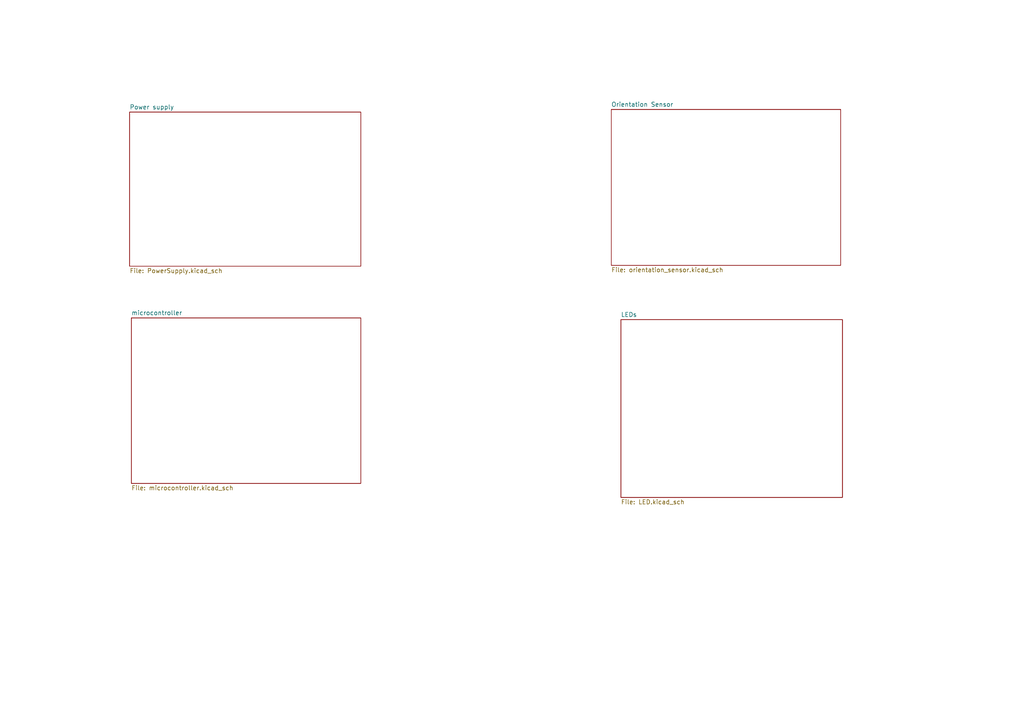
<source format=kicad_sch>
(kicad_sch
	(version 20231120)
	(generator "eeschema")
	(generator_version "8.0")
	(uuid "fe97a447-4c0f-40df-bc0d-7c3e297d31ba")
	(paper "A4")
	(lib_symbols)
	(sheet
		(at 177.292 31.75)
		(size 66.548 45.212)
		(fields_autoplaced yes)
		(stroke
			(width 0.1524)
			(type solid)
		)
		(fill
			(color 0 0 0 0.0000)
		)
		(uuid "018cc9a5-38fc-4889-ab34-bce823bffb38")
		(property "Sheetname" "Orientation Sensor"
			(at 177.292 31.0384 0)
			(effects
				(font
					(size 1.27 1.27)
				)
				(justify left bottom)
			)
		)
		(property "Sheetfile" "orientation_sensor.kicad_sch"
			(at 177.292 77.5466 0)
			(effects
				(font
					(size 1.27 1.27)
				)
				(justify left top)
			)
		)
		(instances
			(project "PartyTorch-PCB"
				(path "/fe97a447-4c0f-40df-bc0d-7c3e297d31ba"
					(page "3")
				)
			)
		)
	)
	(sheet
		(at 37.592 32.512)
		(size 67.056 44.704)
		(fields_autoplaced yes)
		(stroke
			(width 0.1524)
			(type solid)
		)
		(fill
			(color 0 0 0 0.0000)
		)
		(uuid "808215ad-6e01-4fac-a2e7-ca6611b41634")
		(property "Sheetname" "Power supply"
			(at 37.592 31.8004 0)
			(effects
				(font
					(size 1.27 1.27)
				)
				(justify left bottom)
			)
		)
		(property "Sheetfile" "PowerSupply.kicad_sch"
			(at 37.592 77.8006 0)
			(effects
				(font
					(size 1.27 1.27)
				)
				(justify left top)
			)
		)
		(instances
			(project "PartyTorch-PCB"
				(path "/fe97a447-4c0f-40df-bc0d-7c3e297d31ba"
					(page "2")
				)
			)
		)
	)
	(sheet
		(at 180.086 92.71)
		(size 64.262 51.562)
		(fields_autoplaced yes)
		(stroke
			(width 0.1524)
			(type solid)
		)
		(fill
			(color 0 0 0 0.0000)
		)
		(uuid "96d80db8-5487-4d5d-b8d1-d07ae554e205")
		(property "Sheetname" "LEDs"
			(at 180.086 91.9984 0)
			(effects
				(font
					(size 1.27 1.27)
				)
				(justify left bottom)
			)
		)
		(property "Sheetfile" "LED.kicad_sch"
			(at 180.086 144.8566 0)
			(effects
				(font
					(size 1.27 1.27)
				)
				(justify left top)
			)
		)
		(instances
			(project "PartyTorch-PCB"
				(path "/fe97a447-4c0f-40df-bc0d-7c3e297d31ba"
					(page "5")
				)
			)
		)
	)
	(sheet
		(at 38.1 92.202)
		(size 66.548 48.006)
		(fields_autoplaced yes)
		(stroke
			(width 0.1524)
			(type solid)
		)
		(fill
			(color 0 0 0 0.0000)
		)
		(uuid "bc1f116f-e3f2-49e2-92e3-57f022f45d1a")
		(property "Sheetname" "microcontroller"
			(at 38.1 91.4904 0)
			(effects
				(font
					(size 1.27 1.27)
				)
				(justify left bottom)
			)
		)
		(property "Sheetfile" "microcontroller.kicad_sch"
			(at 38.1 140.7926 0)
			(effects
				(font
					(size 1.27 1.27)
				)
				(justify left top)
			)
		)
		(instances
			(project "PartyTorch-PCB"
				(path "/fe97a447-4c0f-40df-bc0d-7c3e297d31ba"
					(page "4")
				)
			)
		)
	)
	(sheet_instances
		(path "/"
			(page "1")
		)
	)
)
</source>
